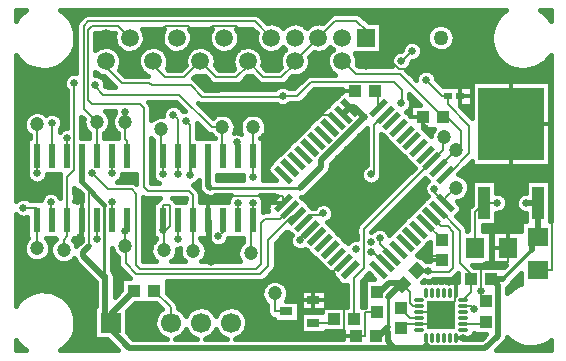
<source format=gbr>
G04 DipTrace 2.4.0.2*
%INTop.gbr*%
%MOIN*%
%ADD14C,0.007*%
%ADD16C,0.02*%
%ADD17C,0.014*%
%ADD18C,0.01*%
%ADD19C,0.015*%
%ADD20C,0.013*%
%ADD21R,0.0433X0.0394*%
%ADD22R,0.0394X0.0433*%
%ADD23R,0.063X0.0709*%
%ADD24R,0.0709X0.063*%
%ADD25C,0.05*%
%ADD26R,0.05X0.05*%
%ADD29R,0.0315X0.0236*%
%ADD30R,0.0591X0.0591*%
%ADD31C,0.0591*%
%ADD32R,0.0669X0.0669*%
%ADD33C,0.0669*%
%ADD35R,0.0413X0.0256*%
%ADD36C,0.0472*%
%ADD38R,0.0394X0.1083*%
%ADD39R,0.2185X0.2421*%
%ADD41O,0.0118X0.0335*%
%ADD42O,0.0335X0.0118*%
%ADD43R,0.0965X0.0965*%
%ADD44R,0.0236X0.0787*%
%ADD45C,0.025*%
%FSLAX44Y44*%
G04*
G70*
G90*
G75*
G01*
%LNTop*%
%LPD*%
X18663Y12738D2*
D14*
X18495D1*
X17945Y13289D1*
X7276Y13900D2*
Y13697D1*
X7799Y13174D1*
X8720D1*
X8797Y13097D1*
X10101D1*
X10485Y12713D1*
X13133D1*
X13171Y12751D1*
X13660D1*
X14117Y13209D1*
X16873D1*
X17140Y12941D1*
Y12531D1*
X17109Y12500D1*
X17114Y13902D2*
X17142D1*
X17479Y14239D1*
X18663Y12738D2*
Y12471D1*
X19376Y11758D1*
Y10830D1*
X18733Y10187D1*
X18588D1*
Y10134D1*
X14187Y5187D2*
X14768D1*
X14893Y5312D1*
X17697Y5341D2*
X17427D1*
X17098Y5669D1*
X4527Y9024D2*
X4984D1*
Y8622D1*
X4982Y7675D1*
X9676Y10137D2*
Y10726D1*
Y11967D1*
X9525Y12117D1*
X16361Y12361D2*
Y12791D1*
X16247Y12905D1*
X18479Y7934D2*
Y7960D1*
X17920Y8519D1*
X15562Y5312D2*
Y6687D1*
X15875Y7000D1*
Y8311D1*
X18142Y10579D1*
Y10580D1*
X18500Y10937D1*
Y11312D1*
X18562Y11375D1*
X19193Y5144D2*
X19881D1*
X19962Y5225D1*
X18142Y8742D2*
Y8720D1*
X18452Y8410D1*
X18663D1*
X18849Y8224D1*
Y7002D1*
X18719Y6872D1*
X17708D1*
X17644Y6935D1*
X19555Y5626D2*
X19538D1*
X19430Y5734D1*
X19193D1*
X17644Y6935D2*
X17833Y6872D1*
X18015Y6908D1*
X19455Y6642D2*
Y6193D1*
X19193Y5931D1*
X19455Y6642D2*
Y6806D1*
X19075Y7186D1*
Y8255D1*
X18365Y8964D1*
X18223Y9645D2*
Y9551D1*
X18588Y9187D1*
Y9338D1*
X18937Y9687D1*
X7927Y12213D2*
Y11304D1*
X7984Y11247D1*
Y10748D1*
X7927Y11868D2*
Y12213D1*
X6973Y7963D2*
X6984Y7974D1*
Y8622D1*
X9944Y11910D2*
X10066Y11787D1*
Y10106D1*
X10176Y10726D2*
X10104D1*
Y10106D1*
X10066D1*
X12176Y9189D2*
Y8600D1*
X12105D1*
Y7502D1*
X14078Y8296D2*
X14051D1*
X13749Y7994D1*
Y7931D1*
X9176Y10137D2*
Y10726D1*
X14508Y8830D2*
Y8776D1*
X14086D1*
X13855Y8545D1*
Y8519D1*
X9176Y10726D2*
X9119D1*
Y11635D1*
X7928Y7745D2*
Y8230D1*
Y8622D1*
X7984D1*
X7928Y8230D1*
X13632Y8742D2*
X13492D1*
X12687Y7937D1*
Y7086D1*
X12424Y6824D1*
X8276D1*
X7937Y7163D1*
Y7736D1*
X7928Y7745D1*
X6819Y10160D2*
X7349Y9631D1*
X8130D1*
X8270Y9491D1*
Y7125D1*
X8412Y6982D1*
X12288D1*
X12447Y7141D1*
Y8509D1*
X12587Y8649D1*
X13064D1*
X13410Y8994D1*
Y8964D1*
X4984Y10748D2*
X4987Y11794D1*
X4984Y10160D2*
Y10748D1*
X12176Y11707D2*
Y10726D1*
Y10044D1*
X7484Y10748D2*
Y10160D1*
Y9211D2*
Y8849D1*
Y8622D1*
X5984Y10748D2*
Y11337D1*
X5476Y11847D2*
X5484Y11839D1*
Y10748D1*
X5436Y9211D2*
Y8897D1*
X5484Y8849D1*
Y8622D1*
X11630Y11193D2*
X11676Y11147D1*
Y10726D1*
X9663Y7988D2*
X9676Y8001D1*
Y8600D1*
X11676Y9189D2*
Y8600D1*
X9176D2*
Y9099D1*
X9406D1*
Y8405D1*
X9281Y8280D1*
X9176Y8600D1*
Y8280D1*
Y8184D1*
X9205Y8155D1*
Y7593D1*
X11025Y8062D2*
X11176Y8212D1*
Y8600D1*
X18365Y10356D2*
Y10365D1*
X18937Y10937D1*
X18511Y12041D2*
X18642D1*
X19124Y11559D1*
Y11124D1*
X18937Y10937D1*
X15150Y13900D2*
X15186D1*
X15597Y13488D1*
X17063D1*
X18511Y12041D1*
X12906Y6163D2*
Y5561D1*
X13281D1*
X12906Y6163D2*
D3*
X16404Y8001D2*
Y7816D1*
X16806Y7414D1*
Y7405D1*
X16583Y7183D2*
X16547D1*
X16185Y7545D1*
X16122D1*
X6984Y10748D2*
Y10975D1*
X6973Y10985D1*
Y11878D1*
X6542Y12310D1*
Y15087D1*
X6682Y15227D1*
X12247D1*
X12787Y14687D1*
X6214Y13174D2*
Y10275D1*
X5984Y10045D1*
Y8622D1*
Y8074D1*
X5868Y7958D1*
Y7616D1*
X6912Y13109D2*
Y13063D1*
X7185Y12790D1*
X9717D1*
X10798Y11709D1*
X11151D1*
Y10978D1*
X11176Y10952D1*
Y10726D1*
X10184Y7584D2*
X10176Y8600D1*
Y9441D1*
X10036Y9581D1*
X8679D1*
X8539Y9721D1*
Y12343D1*
X8399Y12483D1*
X6822D1*
X6682Y12623D1*
Y14947D1*
X6822Y15087D1*
X7663D1*
X8063Y14687D1*
X21687Y8039D2*
D16*
Y9175D1*
X21681Y9181D1*
X20125Y6642D2*
X20521D1*
D17*
X21474Y7596D1*
D16*
Y7827D1*
X21687Y8039D1*
X21681Y9181D2*
X21288D1*
X21281Y9175D1*
X17697Y5734D2*
D14*
X17517D1*
X17417Y5835D1*
Y6216D1*
X17171Y6462D1*
X17953Y4691D2*
D18*
Y4448D1*
D16*
X18055Y4346D1*
X19928D1*
X20330Y4748D1*
Y6437D1*
X20125Y6642D1*
X17171Y6462D2*
X17100D1*
X16688Y6051D1*
D18*
Y5051D1*
D16*
X16520Y4883D1*
X16664D1*
Y4576D1*
X16894Y4346D1*
X18055D1*
X7437Y5187D2*
Y4971D1*
X8061Y4346D1*
X16894D1*
X15191Y12138D2*
X15414Y12361D1*
X15552D1*
X15874Y12038D1*
X16268Y4748D2*
X16385D1*
X16520Y4883D1*
X16306Y6225D2*
X16419D1*
X16714Y6520D1*
X17114D1*
X17171Y6462D1*
X15874Y12038D2*
X14456Y10621D1*
Y10383D1*
X13762Y9688D1*
D18*
X10740D1*
D16*
X10676Y9752D1*
Y10726D1*
X7437Y5187D2*
Y5288D1*
X7254Y5472D1*
Y6741D1*
D18*
X7225D1*
Y9122D1*
D19*
X6484Y9863D1*
D16*
Y10748D1*
D14*
X6448D1*
Y9905D1*
X6709Y9644D1*
Y7731D1*
D16*
X6529Y7551D1*
Y7410D1*
X7258Y6680D1*
D14*
Y5187D1*
X7437D1*
D16*
Y5478D1*
X8214Y6255D1*
X19585Y7687D2*
D14*
Y8880D1*
X19886Y9181D1*
X15937Y14687D2*
Y14937D1*
X15625Y15250D1*
X14925D1*
X14362Y14687D1*
X13575Y13900D1*
Y13825D1*
X13125Y13375D1*
X12525D1*
X12000Y13900D1*
Y13750D1*
X11625Y13375D1*
X10950D1*
X10425Y13900D1*
X10400D1*
X9875Y13375D1*
X9250D1*
X8724Y13900D1*
X8850D1*
X19886Y9181D2*
X20306D1*
X20312Y9187D1*
X10767Y7222D2*
Y8600D1*
X10676D1*
X16306Y5556D2*
X15921D1*
Y4748D1*
X15599D1*
X19780Y6258D2*
Y7066D1*
X19917Y7202D1*
X20687D1*
Y7687D1*
X8850Y14687D2*
X9251Y15087D1*
X10025D1*
X10425Y14687D1*
X7276D2*
X7260Y14672D1*
X8048Y13884D1*
X8063Y13900D1*
X18437Y13687D2*
Y13634D1*
X17049D1*
X16784Y13900D1*
X15937D1*
X17098Y5000D2*
D3*
X20687Y7687D2*
X20188D1*
Y8290D1*
X20328Y8430D1*
X20783D1*
Y8290D1*
X21013D1*
Y9827D1*
X21153Y9967D1*
X22150D1*
Y6937D1*
X21687D1*
X6412Y8034D2*
Y8325D1*
X6484Y8396D1*
Y8622D1*
X19191Y4691D2*
X18937D1*
X10676Y8600D2*
Y9283D1*
X10816Y9423D1*
X13187D1*
Y9187D1*
X15191Y5935D2*
X14187D1*
X15599Y4748D2*
X15214D1*
Y5912D1*
X15191Y5935D1*
X20783Y8430D2*
Y11819D1*
X10425Y14687D2*
X10825Y15087D1*
X11600D1*
X12000Y14687D1*
X17098Y5000D2*
Y5144D1*
X17697D1*
X18707Y6549D2*
X18812D1*
X18937Y6424D1*
Y6187D1*
X18479Y7264D2*
Y7410D1*
X17749D1*
X19962Y5894D2*
X19780D1*
Y6258D1*
X15599Y4748D2*
D3*
X15191Y7183D2*
Y7246D1*
X14763Y6818D1*
X14826D1*
X18937Y6187D2*
X18915D1*
Y5909D1*
X18445Y5439D1*
X17697Y5144D2*
X18150D1*
X18445Y5439D1*
X17697Y5537D2*
X18346D1*
X18445Y5439D1*
X15578Y12905D2*
X14866D1*
X14041Y12080D1*
X14969Y11915D2*
Y11922D1*
X14770Y12121D1*
X14000D1*
X14041Y12080D1*
X19096Y12738D2*
Y13028D1*
X18437Y13687D1*
X9437Y5187D2*
Y5701D1*
X8883Y6255D1*
X16583Y12138D2*
X16580D1*
X16214Y11771D1*
Y10223D1*
X16118Y10128D1*
D45*
X20312Y9187D3*
X18223Y9645D3*
X21281Y9175D3*
X15874Y12038D3*
X16118Y10128D3*
X16122Y7545D3*
X17945Y13289D3*
X17479Y14239D3*
X13171Y12751D3*
X17109Y12500D3*
X17114Y13902D3*
X4527Y9024D3*
X9525Y12117D3*
X9676Y10137D3*
X12906Y6163D3*
X19555Y5626D3*
X18015Y6908D3*
X16105Y7873D3*
X7927Y12213D3*
X6973Y7963D3*
X10066Y10106D3*
X9944Y11910D3*
X13749Y7931D3*
X12176Y9189D3*
X14508Y8830D3*
X9176Y10137D3*
X7928Y8230D3*
X6819Y10160D3*
X4984D3*
X12176Y10044D3*
X7484Y10160D3*
Y9211D3*
X5984Y11337D3*
X5476Y11847D3*
X5436Y9211D3*
X11630Y11193D3*
X16404Y8001D3*
X9663Y7988D3*
X11676Y9189D3*
X9176Y8280D3*
X11025Y8062D3*
X6214Y13174D3*
X6912Y13109D3*
X15874Y12038D3*
X21281Y9175D3*
X14041Y12080D3*
X15191Y5935D3*
X14826Y6818D3*
X10767Y7222D3*
X17749Y7410D3*
X19780Y6258D3*
X17098Y5000D3*
X15599Y4748D3*
X6412Y8034D3*
X18707Y6549D3*
X19191Y4691D3*
X17903Y11671D3*
X15617Y7643D3*
X4287Y15453D2*
D19*
X4418D1*
X5957D2*
X6571D1*
X12358D2*
X14772D1*
X15777D2*
X20416D1*
X21958D2*
X22087D1*
X6083Y15305D2*
X6396D1*
X12533D2*
X14618D1*
X15932D2*
X20292D1*
X6170Y15156D2*
X6290D1*
X12993D2*
X13371D1*
X13780D2*
X14156D1*
X16457D2*
X20203D1*
X6229Y15007D2*
X6281D1*
X16457D2*
X18091D1*
X18784D2*
X20144D1*
X8554Y14859D2*
X9147D1*
X10129D2*
X10722D1*
X11704D2*
X12253D1*
X16457D2*
X17995D1*
X18880D2*
X20109D1*
X6944Y14710D2*
X7542D1*
X8584D2*
X9117D1*
X10159D2*
X10692D1*
X11734D2*
X12267D1*
X16457D2*
X17962D1*
X18913D2*
X20095D1*
X6944Y14561D2*
X7558D1*
X8568D2*
X9133D1*
X10143D2*
X10708D1*
X11718D2*
X12283D1*
X16457D2*
X17369D1*
X17589D2*
X17978D1*
X18894D2*
X20104D1*
X6944Y14413D2*
X7624D1*
X8502D2*
X9199D1*
X10077D2*
X10771D1*
X11652D2*
X12346D1*
X16457D2*
X17177D1*
X17781D2*
X18051D1*
X18822D2*
X20132D1*
X6191Y14264D2*
X6280D1*
X7642D2*
X7771D1*
X8355D2*
X8484D1*
X9217D2*
X9344D1*
X9930D2*
X10059D1*
X10792D2*
X10919D1*
X11505D2*
X11634D1*
X12367D2*
X12494D1*
X13080D2*
X13209D1*
X14655D2*
X14784D1*
X16457D2*
X17130D1*
X17828D2*
X18239D1*
X18634D2*
X20182D1*
X6114Y14115D2*
X6281D1*
X7748D2*
X8378D1*
X9323D2*
X9951D1*
X10898D2*
X11526D1*
X12473D2*
X13101D1*
X14153D2*
X14676D1*
X15623D2*
X16839D1*
X17807D2*
X20261D1*
X4287Y13966D2*
X4373D1*
X6001D2*
X6281D1*
X7792D2*
X8334D1*
X9367D2*
X9909D1*
X10942D2*
X11484D1*
X12517D2*
X13059D1*
X14092D2*
X14634D1*
X15667D2*
X16769D1*
X17690D2*
X20374D1*
X22002D2*
X22088D1*
X4287Y13818D2*
X4537D1*
X5837D2*
X6281D1*
X7790D2*
X8336D1*
X9365D2*
X9911D1*
X10940D2*
X11486D1*
X12515D2*
X13061D1*
X14090D2*
X14636D1*
X15665D2*
X16774D1*
X17455D2*
X20538D1*
X21836D2*
X22087D1*
X4287Y13669D2*
X4823D1*
X5551D2*
X6281D1*
X7741D2*
X8386D1*
X9318D2*
X9806D1*
X11019D2*
X11536D1*
X12592D2*
X13057D1*
X14041D2*
X14683D1*
X17371D2*
X20824D1*
X21552D2*
X22087D1*
X4287Y13520D2*
X6281D1*
X7816D2*
X8500D1*
X13926D2*
X14800D1*
X17394D2*
X17686D1*
X18203D2*
X22087D1*
X4287Y13372D2*
X5927D1*
X7136D2*
X7237D1*
X10234D2*
X10591D1*
X11985D2*
X12166D1*
X13485D2*
X13917D1*
X17542D2*
X17606D1*
X18285D2*
X22087D1*
X4287Y13223D2*
X5866D1*
X7244D2*
X7387D1*
X10337D2*
X10739D1*
X11835D2*
X12314D1*
X13335D2*
X13769D1*
X18372D2*
X19464D1*
X4287Y13074D2*
X5878D1*
X7262D2*
X7535D1*
X10487D2*
X13064D1*
X13279D2*
X13619D1*
X18522D2*
X19464D1*
X4287Y12926D2*
X5953D1*
X14195D2*
X15136D1*
X4287Y12777D2*
X5953D1*
X14048D2*
X15016D1*
X4287Y12628D2*
X5953D1*
X13900D2*
X14871D1*
X17434D2*
X17561D1*
X4287Y12480D2*
X5953D1*
X8758D2*
X9665D1*
X13384D2*
X14718D1*
X17460D2*
X17709D1*
X4287Y12331D2*
X5953D1*
X8800D2*
X9250D1*
X10539D2*
X14571D1*
X19166D2*
X19464D1*
X4287Y12182D2*
X4750D1*
X5223D2*
X5446D1*
X5507D2*
X5953D1*
X7316D2*
X7577D1*
X8800D2*
X9180D1*
X10687D2*
X14425D1*
X17350D2*
X17399D1*
X19314D2*
X19464D1*
X4287Y12034D2*
X4596D1*
X5769D2*
X5953D1*
X7408D2*
X7497D1*
X8800D2*
X8901D1*
X11472D2*
X11857D1*
X12496D2*
X14273D1*
X4287Y11885D2*
X4535D1*
X5826D2*
X5953D1*
X11577D2*
X11751D1*
X12601D2*
X14123D1*
X4287Y11736D2*
X4530D1*
X5807D2*
X5953D1*
X6475D2*
X6533D1*
X7412D2*
X7486D1*
X10328D2*
X10408D1*
X11612D2*
X11716D1*
X12637D2*
X13978D1*
X4287Y11587D2*
X4575D1*
X6475D2*
X6618D1*
X7328D2*
X7565D1*
X10328D2*
X10558D1*
X11596D2*
X11730D1*
X12623D2*
X13828D1*
X15878D2*
X15952D1*
X17948D2*
X18154D1*
X4287Y11439D2*
X4701D1*
X6475D2*
X6712D1*
X7234D2*
X7666D1*
X10328D2*
X10778D1*
X12550D2*
X13678D1*
X15728D2*
X15953D1*
X4287Y11290D2*
X4640D1*
X12519D2*
X13532D1*
X15580D2*
X15953D1*
X16473D2*
X16617D1*
X4287Y11141D2*
X4640D1*
X12519D2*
X13380D1*
X15433D2*
X15953D1*
X16473D2*
X16767D1*
X4287Y10993D2*
X4640D1*
X12519D2*
X13232D1*
X15283D2*
X15953D1*
X16473D2*
X16914D1*
X4287Y10844D2*
X4640D1*
X12519D2*
X13087D1*
X15135D2*
X15953D1*
X16473D2*
X17062D1*
X4287Y10695D2*
X4640D1*
X12519D2*
X12935D1*
X14985D2*
X15953D1*
X16473D2*
X17212D1*
X4287Y10547D2*
X4640D1*
X12519D2*
X12785D1*
X14837D2*
X15953D1*
X16473D2*
X17362D1*
X4287Y10398D2*
X4640D1*
X12519D2*
X12658D1*
X14781D2*
X15904D1*
X16473D2*
X17510D1*
X19307D2*
X19464D1*
X4287Y10249D2*
X4640D1*
X12519D2*
X12651D1*
X14753D2*
X15789D1*
X16473D2*
X17451D1*
X19159D2*
X22087D1*
X4287Y10101D2*
X4638D1*
X5329D2*
X5730D1*
X7830D2*
X8278D1*
X11001D2*
X11831D1*
X12522D2*
X12768D1*
X14629D2*
X15768D1*
X16469D2*
X17301D1*
X19122D2*
X22087D1*
X4287Y9952D2*
X4706D1*
X5263D2*
X5723D1*
X7762D2*
X8278D1*
X8800D2*
X8879D1*
X11001D2*
X11838D1*
X12515D2*
X12916D1*
X14481D2*
X15818D1*
X16419D2*
X17153D1*
X17877D2*
X17955D1*
X19312D2*
X22087D1*
X4287Y9803D2*
X5723D1*
X10227D2*
X10350D1*
X14331D2*
X16017D1*
X16220D2*
X17003D1*
X17730D2*
X17913D1*
X19384D2*
X19464D1*
X20308D2*
X21257D1*
X4287Y9655D2*
X5723D1*
X14183D2*
X16856D1*
X17580D2*
X17873D1*
X19398D2*
X19462D1*
X20308D2*
X21257D1*
X4287Y9506D2*
X5259D1*
X5612D2*
X5723D1*
X6245D2*
X6421D1*
X14033D2*
X16706D1*
X17432D2*
X17903D1*
X19361D2*
X19462D1*
X20432D2*
X21211D1*
X4287Y9357D2*
X4467D1*
X4586D2*
X5118D1*
X6245D2*
X6447D1*
X10436D2*
X11369D1*
X12482D2*
X12904D1*
X13832D2*
X16558D1*
X17282D2*
X17943D1*
X19253D2*
X19462D1*
X20617D2*
X20986D1*
X8530Y9208D2*
X8941D1*
X9641D2*
X9916D1*
X10436D2*
X11325D1*
X12526D2*
X12757D1*
X13980D2*
X16408D1*
X17134D2*
X17796D1*
X19019D2*
X19462D1*
X20662D2*
X20932D1*
X8530Y9060D2*
X8831D1*
X12519D2*
X12649D1*
X14127D2*
X14250D1*
X14767D2*
X16261D1*
X16987D2*
X17648D1*
X19126D2*
X19401D1*
X20638D2*
X20950D1*
X8530Y8911D2*
X8831D1*
X12519D2*
X12663D1*
X14849D2*
X16113D1*
X16837D2*
X17498D1*
X19110D2*
X19326D1*
X20519D2*
X21058D1*
X8530Y8762D2*
X8831D1*
X14851D2*
X15963D1*
X16689D2*
X17348D1*
X18976D2*
X19324D1*
X20308D2*
X21257D1*
X4287Y8614D2*
X4640D1*
X8530D2*
X8831D1*
X14781D2*
X15815D1*
X16539D2*
X17200D1*
X19077D2*
X19324D1*
X20308D2*
X21257D1*
X4287Y8465D2*
X4640D1*
X8530D2*
X8831D1*
X14723D2*
X15668D1*
X16391D2*
X17050D1*
X19227D2*
X19326D1*
X20308D2*
X21107D1*
X4287Y8316D2*
X4640D1*
X8530D2*
X8826D1*
X14873D2*
X15614D1*
X16534D2*
X16903D1*
X19846D2*
X21107D1*
X4287Y8168D2*
X4640D1*
X8530D2*
X8831D1*
X13281D2*
X13392D1*
X15020D2*
X15614D1*
X4287Y8019D2*
X4640D1*
X8530D2*
X8831D1*
X13131D2*
X13411D1*
X15170D2*
X15614D1*
X4287Y7870D2*
X4565D1*
X5399D2*
X5484D1*
X6250D2*
X6393D1*
X8530D2*
X8840D1*
X10541D2*
X10734D1*
X11317D2*
X11838D1*
X12983D2*
X13403D1*
X4287Y7722D2*
X4523D1*
X8530D2*
X8763D1*
X10623D2*
X11702D1*
X12948D2*
X13471D1*
X17936D2*
X18056D1*
X4287Y7573D2*
X4532D1*
X8530D2*
X8744D1*
X9667D2*
X9722D1*
X10644D2*
X11648D1*
X12948D2*
X13996D1*
X17779D2*
X18056D1*
X4287Y7424D2*
X4596D1*
X5366D2*
X5448D1*
X7501D2*
X7603D1*
X8530D2*
X8777D1*
X9634D2*
X9752D1*
X10616D2*
X11650D1*
X12948D2*
X14135D1*
X17748D2*
X18056D1*
X4287Y7276D2*
X4767D1*
X5198D2*
X5564D1*
X6173D2*
X6232D1*
X7501D2*
X7675D1*
X8530D2*
X8875D1*
X9536D2*
X9846D1*
X10523D2*
X11704D1*
X12948D2*
X14285D1*
X17924D2*
X18056D1*
X4287Y7127D2*
X6356D1*
X7501D2*
X7680D1*
X12948D2*
X14442D1*
X4287Y6978D2*
X6506D1*
X7501D2*
X7760D1*
X12923D2*
X14582D1*
X4287Y6829D2*
X6653D1*
X7567D2*
X7907D1*
X12794D2*
X14730D1*
X4287Y6681D2*
X6803D1*
X7583D2*
X8057D1*
X12644D2*
X14889D1*
X15918D2*
X16188D1*
X18887D2*
X19012D1*
X20971D2*
X21107D1*
X4287Y6532D2*
X6928D1*
X7579D2*
X7771D1*
X9325D2*
X12639D1*
X13173D2*
X15028D1*
X15822D2*
X15883D1*
X20826D2*
X21107D1*
X4287Y6383D2*
X6928D1*
X7579D2*
X7771D1*
X9325D2*
X12501D1*
X13309D2*
X15302D1*
X15822D2*
X15883D1*
X20708D2*
X20911D1*
X4287Y6235D2*
X4926D1*
X5448D2*
X6928D1*
X7579D2*
X7739D1*
X9325D2*
X12450D1*
X13361D2*
X13755D1*
X14619D2*
X15302D1*
X15822D2*
X15883D1*
X20655D2*
X20701D1*
X4287Y6086D2*
X4579D1*
X5793D2*
X6928D1*
X9414D2*
X12450D1*
X13361D2*
X13755D1*
X14619D2*
X15302D1*
X15822D2*
X15883D1*
X4287Y5937D2*
X4401D1*
X5973D2*
X6928D1*
X9564D2*
X12503D1*
X13307D2*
X13755D1*
X14619D2*
X15302D1*
X15822D2*
X15883D1*
X6095Y5789D2*
X6928D1*
X8202D2*
X8988D1*
X9681D2*
X12644D1*
X14619D2*
X15302D1*
X15822D2*
X15883D1*
X6177Y5640D2*
X6876D1*
X8055D2*
X9119D1*
X9756D2*
X10118D1*
X10757D2*
X11118D1*
X11755D2*
X12644D1*
X6233Y5491D2*
X6876D1*
X7998D2*
X8969D1*
X9904D2*
X9970D1*
X10905D2*
X10968D1*
X11905D2*
X12656D1*
X6266Y5343D2*
X6876D1*
X7998D2*
X8899D1*
X11976D2*
X12778D1*
X6278Y5194D2*
X6876D1*
X7998D2*
X8878D1*
X11997D2*
X13755D1*
X6269Y5045D2*
X6876D1*
X7998D2*
X8896D1*
X11978D2*
X13755D1*
X6238Y4896D2*
X6876D1*
X7998D2*
X8960D1*
X9913D2*
X9960D1*
X11915D2*
X13755D1*
X14619D2*
X15157D1*
X6184Y4748D2*
X6876D1*
X8113D2*
X9098D1*
X9775D2*
X10099D1*
X10776D2*
X11100D1*
X11776D2*
X15157D1*
X19499D2*
X19875D1*
X6105Y4599D2*
X7354D1*
X20617D2*
X20746D1*
X4287Y4450D2*
X4387D1*
X5987D2*
X7502D1*
X20488D2*
X20993D1*
X21883D2*
X22087D1*
X4287Y4302D2*
X4561D1*
X5814D2*
X7652D1*
X20338D2*
X22087D1*
X15150Y12875D2*
X15148Y12963D1*
X14217D1*
X13833Y12578D1*
X13773Y12533D1*
X13682Y12507D1*
X13399Y12505D1*
X13319Y12450D1*
X13248Y12424D1*
X13174Y12416D1*
X13099Y12423D1*
X13028Y12447D1*
X12995Y12468D1*
X10485Y12467D1*
X10411Y12478D1*
X10342Y12513D1*
X10831Y12024D1*
X10929Y12097D1*
X10997Y12129D1*
X11069Y12149D1*
X11143Y12156D1*
X11218Y12151D1*
X11291Y12133D1*
X11360Y12104D1*
X11423Y12063D1*
X11478Y12013D1*
X11525Y11954D1*
X11560Y11888D1*
X11584Y11817D1*
X11598Y11709D1*
X11591Y11634D1*
X11573Y11562D1*
X11555Y11521D1*
X11622Y11529D1*
X11696Y11522D1*
X11786Y11489D1*
X11748Y11579D1*
X11733Y11653D1*
X11730Y11728D1*
X11739Y11802D1*
X11761Y11873D1*
X11795Y11940D1*
X11839Y12001D1*
X11893Y12053D1*
X11955Y12096D1*
X12023Y12127D1*
X12095Y12147D1*
X12169Y12154D1*
X12244Y12149D1*
X12317Y12132D1*
X12386Y12102D1*
X12449Y12062D1*
X12504Y12011D1*
X12550Y11952D1*
X12586Y11887D1*
X12610Y11816D1*
X12624Y11707D1*
X12617Y11633D1*
X12599Y11560D1*
X12568Y11492D1*
X12527Y11429D1*
X12475Y11375D1*
X12422Y11330D1*
X12505Y11331D1*
X12503Y10122D1*
X12512Y10044D1*
X12497Y9950D1*
X12936Y9949D1*
X12718Y10165D1*
X12675Y10227D1*
X12657Y10299D1*
X12664Y10373D1*
X12699Y10442D1*
X12859Y10604D1*
X12893Y10631D1*
X12993Y10739D1*
X13113Y10853D1*
X13163Y10909D1*
X13336Y11076D1*
X13386Y11132D1*
X13559Y11298D1*
X13609Y11354D1*
X13782Y11521D1*
X13831Y11577D1*
X14004Y11744D1*
X14054Y11800D1*
X14227Y11967D1*
X14277Y12023D1*
X14450Y12189D1*
X14487Y12232D1*
X14661Y12404D1*
X14687Y12420D1*
X14722Y12468D1*
X14895Y12635D1*
X14945Y12691D1*
X15084Y12830D1*
X15148Y12873D1*
X15120Y12858D1*
X18071Y7239D2*
Y7869D1*
X17993Y7799D1*
X17943Y7743D1*
X17770Y7577D1*
X17721Y7521D1*
X17643Y7438D1*
X17717Y7430D1*
X17785Y7396D1*
X17948Y7236D1*
X18007Y7244D1*
X18070Y7238D1*
X19941Y4797D2*
X19554D1*
Y4851D1*
X19531Y4804D1*
X19483Y4747D1*
X19421Y4705D1*
X19350Y4681D1*
X19301Y4677D1*
X19205D1*
X19207Y4657D1*
X19801D1*
X19939Y4797D1*
X15172Y4657D2*
X15170Y4904D1*
X14605D1*
Y4848D1*
X13769D1*
Y5526D1*
X14465D1*
Y5596D1*
X13769D1*
Y6274D1*
X14605D1*
Y5719D1*
X15315Y5720D1*
X15316Y6444D1*
X15280Y6434D1*
X15205Y6431D1*
X15134Y6453D1*
X15084Y6491D1*
X14917Y6664D1*
X14874Y6701D1*
X14702Y6875D1*
X14686Y6900D1*
X14639Y6936D1*
X14472Y7109D1*
X14416Y7159D1*
X14249Y7332D1*
X14193Y7381D1*
X14026Y7554D1*
X13970Y7604D1*
X13929Y7646D1*
X13826Y7604D1*
X13752Y7595D1*
X13678Y7603D1*
X13607Y7627D1*
X13543Y7666D1*
X13489Y7718D1*
X13449Y7781D1*
X13423Y7852D1*
X13413Y7926D1*
X13421Y8000D1*
X13444Y8071D1*
X13467Y8109D1*
X13385Y8191D1*
X13357Y8225D1*
X13294Y8196D1*
X12931Y7834D1*
X12933Y7086D1*
X12922Y7013D1*
X12876Y6929D1*
X12598Y6650D1*
X12538Y6605D1*
X12447Y6579D1*
X10174Y6578D1*
X9309D1*
X9311Y6173D1*
X9611Y5875D1*
X9655Y5815D1*
X9682Y5724D1*
X9683Y5675D1*
X9767Y5622D1*
X9823Y5572D1*
X9872Y5516D1*
X9913Y5453D1*
X9936Y5404D1*
X9978Y5481D1*
X10022Y5542D1*
X10075Y5595D1*
X10134Y5641D1*
X10199Y5678D1*
X10269Y5706D1*
X10342Y5724D1*
X10416Y5732D1*
X10491Y5730D1*
X10565Y5717D1*
X10636Y5695D1*
X10704Y5663D1*
X10767Y5622D1*
X10823Y5572D1*
X10872Y5516D1*
X10913Y5453D1*
X10936Y5404D1*
X10978Y5481D1*
X11022Y5542D1*
X11075Y5595D1*
X11134Y5641D1*
X11199Y5678D1*
X11269Y5706D1*
X11342Y5724D1*
X11416Y5732D1*
X11491Y5730D1*
X11565Y5717D1*
X11636Y5695D1*
X11704Y5663D1*
X11767Y5622D1*
X11823Y5572D1*
X11872Y5516D1*
X11913Y5453D1*
X11945Y5385D1*
X11968Y5314D1*
X11983Y5187D1*
X11977Y5112D1*
X11962Y5039D1*
X11937Y4968D1*
X11902Y4902D1*
X11859Y4841D1*
X11807Y4786D1*
X11749Y4739D1*
X11685Y4701D1*
X11616Y4672D1*
X11564Y4657D1*
X15170D1*
X15898Y5720D2*
Y6652D1*
X16229D1*
X16053Y6830D1*
X15808Y6585D1*
X15810Y5720D1*
X15896D1*
X15898Y5947D1*
X20176Y8252D2*
X21122D1*
Y8565D1*
X21274D1*
X21273Y8839D1*
X21210Y8846D1*
X21139Y8870D1*
X21075Y8910D1*
X21021Y8962D1*
X20981Y9025D1*
X20955Y9095D1*
X20946Y9169D1*
X20953Y9244D1*
X20976Y9315D1*
X21015Y9379D1*
X21067Y9433D1*
X21129Y9474D1*
X21199Y9500D1*
X21276Y9510D1*
X21273Y9854D1*
Y9933D1*
X22089D1*
Y8567D1*
X22104Y8565D1*
X22102Y9297D1*
X22100Y14118D1*
X22012Y13996D1*
X21908Y13888D1*
X21791Y13796D1*
X21661Y13721D1*
X21522Y13664D1*
X21377Y13628D1*
X21228Y13611D1*
X21078Y13616D1*
X20930Y13642D1*
X20787Y13688D1*
X20653Y13753D1*
X20528Y13836D1*
X20416Y13936D1*
X20319Y14050D1*
X20239Y14177D1*
X20178Y14314D1*
X20135Y14457D1*
X20114Y14606D1*
X20113Y14756D1*
X20133Y14904D1*
X20173Y15049D1*
X20233Y15186D1*
X20312Y15313D1*
X20407Y15429D1*
X20518Y15530D1*
X20620Y15601D1*
X17827Y15602D1*
X5754D1*
X5841Y15542D1*
X5953Y15443D1*
X6051Y15329D1*
X6132Y15203D1*
X6194Y15066D1*
X6237Y14923D1*
X6260Y14775D1*
X6261Y14612D1*
X6240Y14464D1*
X6199Y14320D1*
X6138Y14183D1*
X6059Y14055D1*
X5962Y13940D1*
X5851Y13840D1*
X5727Y13756D1*
X5592Y13690D1*
X5450Y13643D1*
X5302Y13617D1*
X5153Y13611D1*
X5004Y13626D1*
X4858Y13662D1*
X4719Y13718D1*
X4589Y13792D1*
X4470Y13884D1*
X4366Y13991D1*
X4271Y14122D1*
X4272Y10277D1*
Y9243D1*
X4312Y9283D1*
X4374Y9324D1*
X4444Y9350D1*
X4519Y9360D1*
X4593Y9354D1*
X4664Y9331D1*
X4729Y9293D1*
X4751Y9272D1*
X4984Y9270D1*
X5047Y9262D1*
X5107Y9280D1*
X5130Y9351D1*
X5169Y9416D1*
X5221Y9469D1*
X5283Y9511D1*
X5353Y9537D1*
X5428Y9547D1*
X5502Y9540D1*
X5573Y9518D1*
X5638Y9479D1*
X5692Y9428D1*
X5738Y9355D1*
Y10045D1*
X5756Y10138D1*
X5738Y10144D1*
X5318D1*
X5311Y10085D1*
X5287Y10015D1*
X5247Y9951D1*
X5194Y9898D1*
X5131Y9858D1*
X5061Y9833D1*
X4987Y9824D1*
X4912Y9832D1*
X4841Y9856D1*
X4777Y9895D1*
X4724Y9947D1*
X4683Y10010D1*
X4657Y10080D1*
X4648Y10154D1*
X4655Y10294D1*
Y11353D1*
X4742D1*
X4731Y11427D1*
X4674Y11475D1*
X4625Y11532D1*
X4586Y11596D1*
X4559Y11666D1*
X4543Y11739D1*
X4541Y11814D1*
X4550Y11888D1*
X4572Y11960D1*
X4606Y12027D1*
X4650Y12087D1*
X4704Y12139D1*
X4765Y12182D1*
X4833Y12213D1*
X4906Y12233D1*
X4980Y12241D1*
X5055Y12236D1*
X5128Y12218D1*
X5197Y12189D1*
X5260Y12148D1*
X5286Y12125D1*
X5324Y12146D1*
X5394Y12172D1*
X5468Y12183D1*
X5543Y12176D1*
X5614Y12153D1*
X5678Y12115D1*
X5733Y12064D1*
X5774Y12001D1*
X5801Y11931D1*
X5812Y11847D1*
X5804Y11772D1*
X5779Y11702D1*
X5731Y11630D1*
X5730Y11555D1*
X5769Y11595D1*
X5832Y11637D1*
X5902Y11663D1*
X5969Y11672D1*
X5968Y12944D1*
X5913Y13024D1*
X5887Y13094D1*
X5878Y13169D1*
X5885Y13243D1*
X5909Y13314D1*
X5947Y13378D1*
X5999Y13432D1*
X6062Y13473D1*
X6132Y13500D1*
X6206Y13510D1*
X6296Y13498D1*
Y15087D1*
X6307Y15161D1*
X6353Y15245D1*
X6508Y15401D1*
X6568Y15445D1*
X6659Y15472D1*
X8932Y15473D1*
X12247D1*
X12321Y15462D1*
X12404Y15416D1*
X12648Y15174D1*
X12727Y15190D1*
X12802Y15193D1*
X12877Y15185D1*
X12949Y15167D1*
X13018Y15138D1*
X13082Y15099D1*
X13140Y15051D1*
X13182Y15003D1*
X13244Y15070D1*
X13304Y15115D1*
X13370Y15150D1*
X13441Y15175D1*
X13515Y15190D1*
X13589Y15193D1*
X13664Y15185D1*
X13737Y15167D1*
X13806Y15138D1*
X13870Y15099D1*
X13927Y15051D1*
X13969Y15003D1*
X14031Y15070D1*
X14092Y15115D1*
X14158Y15150D1*
X14228Y15175D1*
X14302Y15190D1*
X14377Y15193D1*
X14451Y15185D1*
X14499Y15173D1*
X14751Y15423D1*
X14811Y15468D1*
X14902Y15494D1*
X15625Y15495D1*
X15698Y15484D1*
X15782Y15439D1*
X16031Y15193D1*
X16443D1*
Y14181D1*
X15569D1*
X15593Y14144D1*
X15624Y14076D1*
X15645Y14004D1*
X15656Y13900D1*
X15643Y13791D1*
X15699Y13734D1*
X16822D1*
X16788Y13822D1*
X16778Y13896D1*
X16785Y13971D1*
X16809Y14042D1*
X16848Y14106D1*
X16899Y14160D1*
X16962Y14201D1*
X17032Y14227D1*
X17127Y14236D1*
X17174Y14379D1*
X17213Y14443D1*
X17265Y14497D1*
X17327Y14539D1*
X17397Y14565D1*
X17471Y14575D1*
X17546Y14568D1*
X17617Y14545D1*
X17682Y14507D1*
X17736Y14456D1*
X17778Y14394D1*
X17804Y14324D1*
X17815Y14239D1*
X17807Y14165D1*
X17782Y14094D1*
X17743Y14031D1*
X17690Y13977D1*
X17627Y13937D1*
X17556Y13912D1*
X17494Y13905D1*
X17442Y13827D1*
X17417Y13757D1*
X17378Y13693D1*
X17325Y13640D1*
X17283Y13614D1*
X17502Y13397D1*
X17610Y13289D1*
X17616Y13358D1*
X17639Y13429D1*
X17678Y13493D1*
X17730Y13547D1*
X17792Y13588D1*
X17862Y13614D1*
X17937Y13624D1*
X18011Y13618D1*
X18082Y13595D1*
X18147Y13557D1*
X18201Y13505D1*
X18243Y13443D1*
X18270Y13373D1*
X18280Y13302D1*
X18515Y13066D1*
X19031Y13067D1*
X19464D1*
Y12409D1*
X19072D1*
X19480Y12002D1*
Y13240D1*
X22087D1*
Y10397D1*
X19480D1*
Y10586D1*
X19021Y10127D1*
X19077Y10112D1*
X19146Y10082D1*
X19209Y10042D1*
X19265Y9991D1*
X19311Y9932D1*
X19347Y9866D1*
X19371Y9795D1*
X19384Y9687D1*
X19378Y9612D1*
X19359Y9540D1*
X19329Y9471D1*
X19287Y9409D1*
X19236Y9354D1*
X19176Y9309D1*
X19110Y9275D1*
X19038Y9252D1*
X18971Y9242D1*
X19057Y9155D1*
X19100Y9094D1*
X19118Y9022D1*
X19111Y8947D1*
X19076Y8879D1*
X18938Y8737D1*
X19249Y8428D1*
X19293Y8368D1*
X19320Y8277D1*
X19321Y8252D1*
X19339Y8287D1*
Y8880D1*
X19350Y8954D1*
X19396Y9037D1*
X19479Y9122D1*
X19478Y9933D1*
X20294D1*
Y9523D1*
X20379Y9516D1*
X20450Y9493D1*
X20514Y9455D1*
X20569Y9404D1*
X20610Y9342D1*
X20637Y9272D1*
X20648Y9187D1*
X20640Y9113D1*
X20615Y9042D1*
X20575Y8978D1*
X20523Y8925D1*
X20459Y8885D1*
X20389Y8860D1*
X20294Y8853D1*
Y8429D1*
X19832D1*
X19831Y8254D1*
X20111Y8252D1*
Y7122D1*
X19489D1*
X19559Y7050D1*
X19883Y7048D1*
X19847Y7050D1*
X20535Y7053D1*
X20603Y7121D1*
X20161Y7122D1*
Y8252D1*
X20176D1*
X21122Y6466D2*
Y6846D1*
X20812Y6533D1*
X20778Y6467D1*
X20728Y6411D1*
X20667Y6368D1*
X20639Y6357D1*
X20641Y6163D1*
X20768Y6280D1*
X20892Y6365D1*
X21026Y6432D1*
X21121Y6465D1*
X18892Y14612D2*
X18874Y14540D1*
X18844Y14471D1*
X18804Y14408D1*
X18754Y14352D1*
X18695Y14305D1*
X18630Y14268D1*
X18560Y14243D1*
X18486Y14229D1*
X18411Y14227D1*
X18337Y14237D1*
X18265Y14259D1*
X18198Y14293D1*
X18138Y14337D1*
X18085Y14390D1*
X18041Y14451D1*
X18008Y14518D1*
X17986Y14590D1*
X17977Y14664D1*
X17979Y14739D1*
X17993Y14812D1*
X18020Y14883D1*
X18057Y14948D1*
X18104Y15006D1*
X18160Y15055D1*
X18223Y15095D1*
X18292Y15125D1*
X18365Y15142D1*
X18440Y15148D1*
X18515Y15141D1*
X18587Y15123D1*
X18656Y15093D1*
X18719Y15052D1*
X18774Y15001D1*
X18821Y14943D1*
X18857Y14877D1*
X18882Y14807D1*
X18898Y14687D1*
X18892Y14612D1*
X14834Y14292D2*
X14787Y14334D1*
X14758Y14368D1*
X14681Y14294D1*
X14620Y14251D1*
X14553Y14218D1*
X14481Y14195D1*
X14407Y14183D1*
X14332Y14182D1*
X14224Y14201D1*
X14060Y14037D1*
X14080Y13930D1*
X14075Y13825D1*
X14059Y13752D1*
X14032Y13682D1*
X13995Y13617D1*
X13948Y13558D1*
X13894Y13507D1*
X13832Y13464D1*
X13765Y13431D1*
X13694Y13408D1*
X13620Y13395D1*
X13545Y13394D1*
X13496Y13401D1*
X13298Y13201D1*
X13238Y13156D1*
X13147Y13130D1*
X12525Y13129D1*
X12451Y13140D1*
X12368Y13185D1*
X12137Y13414D1*
X12045Y13395D1*
X11991D1*
X11798Y13201D1*
X11738Y13156D1*
X11647Y13130D1*
X10950Y13129D1*
X10876Y13140D1*
X10793Y13185D1*
X10563Y13414D1*
X10470Y13395D1*
X10395Y13394D1*
X10321Y13404D1*
X10269Y13419D1*
X10177Y13330D1*
X10258Y13286D1*
X10588Y12957D1*
X11535Y12959D1*
X12906D1*
X12956Y13010D1*
X13019Y13051D1*
X13089Y13077D1*
X13163Y13087D1*
X13238Y13081D1*
X13309Y13058D1*
X13373Y13020D1*
X13395Y12999D1*
X13558Y12997D1*
X13943Y13383D1*
X14003Y13427D1*
X14094Y13454D1*
X14907Y13455D1*
X14843Y13497D1*
X14787Y13547D1*
X14738Y13604D1*
X14699Y13668D1*
X14670Y13737D1*
X14651Y13810D1*
X14644Y13884D1*
X14647Y13959D1*
X14661Y14033D1*
X14686Y14103D1*
X14721Y14170D1*
X14766Y14230D1*
X14832Y14293D1*
X13259Y14292D2*
X13212Y14334D1*
X13183Y14368D1*
X13106Y14294D1*
X13045Y14251D1*
X12978Y14218D1*
X12906Y14195D1*
X12832Y14183D1*
X12758Y14182D1*
X12683Y14192D1*
X12611Y14212D1*
X12543Y14244D1*
X12480Y14285D1*
X12424Y14334D1*
X12376Y14392D1*
X12337Y14456D1*
X12308Y14525D1*
X12289Y14597D1*
X12281Y14672D1*
X12285Y14747D1*
X12301Y14827D1*
X12145Y14982D1*
X11626Y14981D1*
X11687Y14864D1*
X11708Y14792D1*
X11719Y14687D1*
X11713Y14612D1*
X11697Y14539D1*
X11670Y14469D1*
X11632Y14404D1*
X11586Y14345D1*
X11532Y14294D1*
X11470Y14251D1*
X11403Y14218D1*
X11332Y14195D1*
X11258Y14183D1*
X11183Y14182D1*
X11108Y14192D1*
X11036Y14212D1*
X10968Y14244D1*
X10906Y14285D1*
X10850Y14334D1*
X10801Y14392D1*
X10762Y14456D1*
X10733Y14525D1*
X10714Y14597D1*
X10707Y14672D1*
X10710Y14747D1*
X10724Y14820D1*
X10749Y14891D1*
X10802Y14981D1*
X10051D1*
X10112Y14864D1*
X10133Y14792D1*
X10144Y14687D1*
X10138Y14612D1*
X10122Y14539D1*
X10095Y14469D1*
X10058Y14404D1*
X10011Y14345D1*
X9957Y14294D1*
X9895Y14251D1*
X9828Y14218D1*
X9757Y14195D1*
X9683Y14183D1*
X9608Y14182D1*
X9534Y14192D1*
X9462Y14212D1*
X9394Y14244D1*
X9331Y14285D1*
X9275Y14334D1*
X9227Y14392D1*
X9188Y14456D1*
X9158Y14525D1*
X9140Y14597D1*
X9132Y14672D1*
X9135Y14747D1*
X9149Y14820D1*
X9174Y14891D1*
X9228Y14981D1*
X8476D1*
X8537Y14864D1*
X8558Y14792D1*
X8569Y14687D1*
X8564Y14612D1*
X8547Y14539D1*
X8520Y14469D1*
X8483Y14404D1*
X8437Y14345D1*
X8382Y14294D1*
X8320Y14251D1*
X8253Y14218D1*
X8182Y14195D1*
X8108Y14183D1*
X8033Y14182D1*
X7959Y14192D1*
X7887Y14212D1*
X7819Y14244D1*
X7756Y14285D1*
X7700Y14334D1*
X7652Y14392D1*
X7613Y14456D1*
X7584Y14525D1*
X7565Y14597D1*
X7557Y14672D1*
X7560Y14747D1*
X7577Y14827D1*
X7559Y14843D1*
X6929Y14841D1*
X6928Y14265D1*
X7005Y14327D1*
X7071Y14363D1*
X7142Y14388D1*
X7215Y14402D1*
X7290Y14406D1*
X7365Y14398D1*
X7437Y14379D1*
X7506Y14350D1*
X7570Y14311D1*
X7628Y14263D1*
X7678Y14207D1*
X7719Y14144D1*
X7750Y14076D1*
X7771Y14004D1*
X7782Y13900D1*
X7776Y13825D1*
X7760Y13752D1*
X7733Y13682D1*
X7699Y13623D1*
X7902Y13418D1*
X8692Y13419D1*
X8606Y13456D1*
X8543Y13497D1*
X8487Y13547D1*
X8439Y13604D1*
X8400Y13668D1*
X8371Y13737D1*
X8352Y13810D1*
X8344Y13884D1*
X8348Y13959D1*
X8362Y14033D1*
X8387Y14103D1*
X8422Y14170D1*
X8467Y14230D1*
X8520Y14283D1*
X8580Y14327D1*
X8646Y14363D1*
X8717Y14388D1*
X8790Y14402D1*
X8865Y14406D1*
X8940Y14398D1*
X9012Y14379D1*
X9081Y14350D1*
X9145Y14311D1*
X9203Y14263D1*
X9252Y14207D1*
X9293Y14144D1*
X9325Y14076D1*
X9346Y14004D1*
X9357Y13900D1*
X9351Y13825D1*
X9335Y13752D1*
X9302Y13672D1*
X9351Y13621D1*
X9772Y13620D1*
X9934Y13782D1*
X9919Y13884D1*
X9923Y13959D1*
X9937Y14033D1*
X9962Y14103D1*
X9997Y14170D1*
X10042Y14230D1*
X10094Y14283D1*
X10155Y14327D1*
X10221Y14363D1*
X10291Y14388D1*
X10365Y14402D1*
X10440Y14406D1*
X10514Y14398D1*
X10587Y14379D1*
X10656Y14350D1*
X10720Y14311D1*
X10777Y14263D1*
X10827Y14207D1*
X10868Y14144D1*
X10900Y14076D1*
X10920Y14004D1*
X10931Y13900D1*
X10926Y13825D1*
X10912Y13763D1*
X11052Y13621D1*
X11525Y13620D1*
X11558Y13656D1*
X11521Y13737D1*
X11502Y13810D1*
X11494Y13884D1*
X11497Y13959D1*
X11512Y14033D1*
X11537Y14103D1*
X11572Y14170D1*
X11616Y14230D1*
X11669Y14283D1*
X11729Y14327D1*
X11796Y14363D1*
X11866Y14388D1*
X11940Y14402D1*
X12015Y14406D1*
X12089Y14398D1*
X12162Y14379D1*
X12231Y14350D1*
X12295Y14311D1*
X12352Y14263D1*
X12402Y14207D1*
X12443Y14144D1*
X12474Y14076D1*
X12495Y14004D1*
X12506Y13900D1*
X12501Y13825D1*
X12487Y13763D1*
X12626Y13621D1*
X13024Y13620D1*
X13108Y13706D1*
X13077Y13810D1*
X13069Y13884D1*
X13072Y13959D1*
X13086Y14033D1*
X13111Y14103D1*
X13147Y14170D1*
X13191Y14230D1*
X13257Y14293D1*
X7229Y13396D2*
X7171Y13404D1*
X7099Y13425D1*
X7031Y13456D1*
X6969Y13497D1*
X6928Y13533D1*
Y13445D1*
X6979Y13439D1*
X7050Y13416D1*
X7114Y13378D1*
X7169Y13326D1*
X7210Y13264D1*
X7237Y13194D1*
X7248Y13109D1*
X7245Y13079D1*
X7335Y13036D1*
X7590D1*
X7229Y13396D1*
X7983Y5585D2*
Y4863D1*
X8189Y4658D1*
X9306Y4657D1*
X9248Y4675D1*
X9180Y4706D1*
X9116Y4746D1*
X9059Y4794D1*
X9008Y4849D1*
X8966Y4911D1*
X8933Y4979D1*
X8909Y5050D1*
X8895Y5123D1*
X8892Y5198D1*
X8898Y5273D1*
X8915Y5346D1*
X8942Y5416D1*
X8978Y5481D1*
X9022Y5542D1*
X9075Y5595D1*
X9144Y5647D1*
X8943Y5847D1*
X8456Y5849D1*
X8492Y5847D1*
X8245D1*
X7982Y5582D1*
X7329Y4641D2*
X6891D1*
Y5733D1*
X6945D1*
X6943Y5997D1*
Y6557D1*
X6309Y7190D1*
X6263Y7249D1*
X6227Y7336D1*
X6218Y7338D1*
X6167Y7284D1*
X6107Y7239D1*
X6040Y7204D1*
X5969Y7181D1*
X5895Y7170D1*
X5820Y7172D1*
X5747Y7186D1*
X5676Y7212D1*
X5612Y7250D1*
X5554Y7298D1*
X5505Y7355D1*
X5467Y7419D1*
X5439Y7489D1*
X5424Y7562D1*
X5422Y7602D1*
X5404Y7528D1*
X5373Y7459D1*
X5332Y7397D1*
X5281Y7343D1*
X5221Y7297D1*
X5154Y7263D1*
X5083Y7240D1*
X5009Y7229D1*
X4934Y7230D1*
X4861Y7245D1*
X4790Y7271D1*
X4726Y7309D1*
X4668Y7356D1*
X4619Y7413D1*
X4581Y7477D1*
X4553Y7547D1*
X4538Y7620D1*
X4535Y7695D1*
X4545Y7770D1*
X4567Y7841D1*
X4600Y7908D1*
X4644Y7969D1*
X4696Y8019D1*
X4655Y8018D1*
Y8714D1*
X4603Y8697D1*
X4529Y8688D1*
X4455Y8696D1*
X4384Y8720D1*
X4320Y8759D1*
X4272Y8807D1*
Y5751D1*
X4358Y5873D1*
X4461Y5981D1*
X4578Y6075D1*
X4707Y6151D1*
X4846Y6208D1*
X4991Y6245D1*
X5140Y6262D1*
X5290Y6258D1*
X5438Y6234D1*
X5581Y6189D1*
X5716Y6124D1*
X5841Y6042D1*
X5953Y5943D1*
X6051Y5829D1*
X6132Y5703D1*
X6194Y5566D1*
X6237Y5423D1*
X6260Y5275D1*
X6261Y5112D1*
X6240Y4964D1*
X6199Y4820D1*
X6138Y4683D1*
X6059Y4555D1*
X5962Y4440D1*
X5851Y4340D1*
X5753Y4272D1*
X7696D1*
X7326Y4642D1*
X9938Y4971D2*
X9902Y4902D1*
X9859Y4841D1*
X9807Y4786D1*
X9749Y4739D1*
X9685Y4701D1*
X9616Y4672D1*
X9564Y4657D1*
X10309D1*
X10248Y4675D1*
X10180Y4706D1*
X10116Y4746D1*
X10059Y4794D1*
X10008Y4849D1*
X9966Y4911D1*
X9938Y4968D1*
X10938Y4971D2*
X10902Y4902D1*
X10859Y4841D1*
X10807Y4786D1*
X10749Y4739D1*
X10685Y4701D1*
X10616Y4672D1*
X10564Y4657D1*
X11307D1*
X11248Y4675D1*
X11180Y4706D1*
X11116Y4746D1*
X11059Y4794D1*
X11008Y4849D1*
X10966Y4911D1*
X10938Y4968D1*
X13269Y5900D2*
X13699D1*
Y5222D1*
X12864D1*
Y5318D1*
X12774Y5353D1*
X12718Y5402D1*
X12679Y5466D1*
X12660Y5561D1*
Y5788D1*
X12592Y5844D1*
X12543Y5901D1*
X12505Y5965D1*
X12477Y6035D1*
X12462Y6108D1*
X12459Y6183D1*
X12469Y6257D1*
X12491Y6329D1*
X12524Y6396D1*
X12568Y6456D1*
X12622Y6508D1*
X12684Y6551D1*
X12752Y6582D1*
X12824Y6602D1*
X12899Y6610D1*
X12973Y6605D1*
X13046Y6587D1*
X13115Y6558D1*
X13178Y6517D1*
X13233Y6467D1*
X13280Y6408D1*
X13315Y6342D1*
X13339Y6271D1*
X13353Y6163D1*
X13347Y6088D1*
X13328Y6015D1*
X13297Y5947D1*
X13265Y5898D1*
X17441Y12449D2*
X17754Y12450D1*
X17387Y12817D1*
X17386Y12690D1*
X17407Y12655D1*
X17434Y12585D1*
X17445Y12500D1*
X17439Y12447D1*
X17412Y12355D1*
X17372Y12291D1*
X17320Y12238D1*
X17294Y12222D1*
X17337Y12181D1*
X17414Y12107D1*
Y12353D1*
X18197Y11633D2*
X17887D1*
X17971Y11543D1*
X18027Y11494D1*
X18115Y11406D1*
X18125Y11469D1*
X18147Y11541D1*
X18198Y11632D1*
X18083Y11635D1*
X17885Y6600D2*
X17813Y6526D1*
X17881Y6556D1*
X17956Y6565D1*
X18029Y6554D1*
X18049Y6545D1*
X18078Y6556D1*
X18152Y6565D1*
X18226Y6554D1*
X18245Y6545D1*
X18275Y6556D1*
X18349Y6565D1*
X18423Y6554D1*
X18442Y6545D1*
X18472Y6556D1*
X18546Y6565D1*
X18620Y6554D1*
X18639Y6545D1*
X18669Y6556D1*
X18743Y6565D1*
X18817Y6554D1*
X18836Y6545D1*
X18895Y6562D1*
X18955Y6565D1*
X19014Y6554D1*
X19028Y6550D1*
Y6832D1*
X18892Y6698D1*
X18832Y6654D1*
X18741Y6627D1*
X18196Y6626D1*
X18163Y6606D1*
X18092Y6581D1*
X18018Y6572D1*
X17944Y6580D1*
X17884Y6600D1*
X12728Y9166D2*
X12984Y9422D1*
X12862Y9427D1*
X12410D1*
X12432Y9406D1*
X12474Y9343D1*
X12501Y9274D1*
X12512Y9189D1*
X12505Y9126D1*
Y8879D1*
X12564Y8894D1*
X12688Y8895D1*
X12665Y8945D1*
X12656Y9004D1*
X12664Y9063D1*
X12688Y9118D1*
X12728Y9166D1*
X13795Y9379D2*
X13906Y9261D1*
X13963Y9211D1*
X14129Y9038D1*
X14161Y9022D1*
X14234D1*
X14294Y9088D1*
X14356Y9129D1*
X14426Y9156D1*
X14500Y9166D1*
X14575Y9159D1*
X14646Y9136D1*
X14711Y9098D1*
X14765Y9047D1*
X14807Y8984D1*
X14833Y8915D1*
X14844Y8830D1*
X14836Y8755D1*
X14811Y8685D1*
X14772Y8621D1*
X14719Y8568D1*
X14649Y8526D1*
X14771Y8402D1*
X14798Y8368D1*
X14906Y8267D1*
X15020Y8147D1*
X15076Y8097D1*
X15243Y7924D1*
X15299Y7875D1*
X15340Y7833D1*
X15402Y7901D1*
X15464Y7942D1*
X15534Y7968D1*
X15630Y7977D1*
X15629Y8311D1*
X15640Y8385D1*
X15685Y8468D1*
X17292Y10076D1*
X17568Y10353D1*
X17449Y10473D1*
X17422Y10508D1*
X17314Y10608D1*
X17200Y10728D1*
X17144Y10778D1*
X16977Y10951D1*
X16921Y11001D1*
X16755Y11174D1*
X16699Y11223D1*
X16532Y11396D1*
X16461Y11461D1*
X16460Y10223D1*
X16454Y10128D1*
X16446Y10053D1*
X16421Y9983D1*
X16382Y9919D1*
X16329Y9866D1*
X16266Y9826D1*
X16195Y9801D1*
X16121Y9792D1*
X16047Y9800D1*
X15976Y9824D1*
X15912Y9863D1*
X15858Y9915D1*
X15818Y9978D1*
X15792Y10048D1*
X15783Y10122D1*
X15790Y10197D1*
X15813Y10268D1*
X15852Y10332D1*
X15904Y10386D1*
X15968Y10428D1*
Y11692D1*
X14766Y10491D1*
X14767Y10383D1*
X14758Y10308D1*
X14732Y10238D1*
X14676Y10163D1*
X13982Y9469D1*
X13923Y9422D1*
X13855Y9392D1*
X13793Y9380D1*
X16835Y8234D2*
X16955Y8348D1*
X17005Y8404D1*
X17178Y8570D1*
X17228Y8626D1*
X17401Y8793D1*
X17450Y8849D1*
X17623Y9016D1*
X17673Y9072D1*
X17846Y9238D1*
X17896Y9294D1*
X17997Y9395D1*
X17963Y9432D1*
X17923Y9495D1*
X17897Y9565D1*
X17887Y9639D1*
X17895Y9714D1*
X17918Y9785D1*
X17957Y9849D1*
X18014Y9907D1*
X17915Y10006D1*
X17415Y9503D1*
X16120Y8209D1*
X16252Y8300D1*
X16322Y8327D1*
X16396Y8337D1*
X16471Y8330D1*
X16542Y8307D1*
X16607Y8269D1*
X16661Y8218D1*
X16703Y8156D1*
X16719Y8114D1*
X16763Y8159D1*
X16835Y8234D1*
X8292Y10144D2*
X7818D1*
X7811Y10085D1*
X7787Y10015D1*
X7747Y9951D1*
X7694Y9898D1*
X7661Y9877D1*
X8130Y9876D1*
X8203Y9865D1*
X8287Y9820D1*
X8293Y9871D1*
Y10145D1*
X7655Y11353D2*
X7682D1*
X7681Y11493D1*
X7614Y11549D1*
X7565Y11606D1*
X7526Y11670D1*
X7499Y11740D1*
X7484Y11813D1*
X7481Y11888D1*
X7490Y11963D1*
X7512Y12034D1*
X7546Y12101D1*
X7595Y12167D1*
X7594Y12238D1*
X7239Y12237D1*
X7301Y12182D1*
X7347Y12123D1*
X7383Y12058D1*
X7407Y11987D1*
X7421Y11878D1*
X7414Y11804D1*
X7396Y11731D1*
X7365Y11663D1*
X7324Y11600D1*
X7272Y11546D1*
X7219Y11503D1*
Y11351D1*
X7455Y11353D1*
X7680D1*
X6655D2*
X6727D1*
Y11503D1*
X6660Y11560D1*
X6611Y11616D1*
X6572Y11681D1*
X6545Y11750D1*
X6530Y11824D1*
X6527Y11899D1*
X6534Y11970D1*
X6460Y12044D1*
Y11353D1*
X6729D1*
X5313Y8018D2*
X5267D1*
X5309Y7979D1*
X5356Y7920D1*
X5391Y7854D1*
X5415Y7783D1*
X5428Y7698D1*
X5453Y7783D1*
X5486Y7850D1*
X5530Y7910D1*
X5584Y7962D1*
X5625Y7990D1*
X5588Y8018D1*
X5288D1*
X6229Y9227D2*
X6313Y9225D1*
X6380Y9227D1*
X6464D1*
X6463Y9482D1*
X6369Y9574D1*
X6308Y9607D1*
X6252Y9656D1*
X6229Y9689D1*
X6230Y9227D1*
X6320D1*
X6313Y8018D2*
X6223D1*
X6185Y7933D1*
X6242Y7862D1*
X6277Y7796D1*
X6292Y7754D1*
X6463Y7925D1*
Y8019D1*
X6273Y8018D1*
X6228D1*
X11849Y10122D2*
X11847Y10114D1*
X11849Y10120D1*
X11347Y10122D1*
X10988D1*
X10987Y9950D1*
X11853Y9949D1*
X11840Y10039D1*
X11847Y10114D1*
X10847Y11330D2*
X10905Y11331D1*
X10837Y11390D1*
X10777Y11465D1*
X10725Y11474D1*
X10641Y11520D1*
X10301Y11858D1*
X10311Y11810D1*
X10312Y11330D1*
X10907Y11331D1*
X8847Y10204D2*
Y11282D1*
X8785Y11340D1*
Y9828D1*
X9047Y9827D1*
X8969Y9872D1*
X8916Y9925D1*
X8875Y9988D1*
X8850Y10058D1*
X8840Y10132D1*
X8847Y10204D1*
X8922Y9205D2*
X8952D1*
X9017Y9287D1*
X9094Y9330D1*
X8986Y9335D1*
X8679D1*
X8605Y9347D1*
X8522Y9392D1*
X8515Y9341D1*
Y7229D1*
X8949Y7228D1*
X8892Y7275D1*
X8843Y7331D1*
X8804Y7396D1*
X8777Y7465D1*
X8762Y7539D1*
X8759Y7613D1*
X8768Y7688D1*
X8790Y7759D1*
X8824Y7826D1*
X8868Y7887D1*
X8922Y7939D1*
X8959Y7968D1*
Y7994D1*
X8847Y7996D1*
Y8213D1*
X8840Y8275D1*
X8847Y8371D1*
Y9205D1*
X8922D1*
X9626D2*
X9929D1*
X9930Y9334D1*
X9471Y9335D1*
X9547Y9300D1*
X9594Y9258D1*
X9595Y9256D1*
X10421Y9205D2*
X10505Y9202D1*
X10572Y9205D1*
X11341D1*
X11347Y9258D1*
X11371Y9329D1*
X11409Y9393D1*
X11443Y9429D1*
X10910Y9427D1*
X10867Y9405D1*
X10810Y9386D1*
X10751Y9378D1*
X10691Y9381D1*
X10633Y9396D1*
X10579Y9422D1*
X10520Y9469D1*
X10418Y9579D1*
X10389Y9631D1*
X10371Y9689D1*
X10365Y9752D1*
Y9951D1*
X10330Y9897D1*
X10277Y9844D1*
X10214Y9804D1*
X10168Y9787D1*
X10210Y9755D1*
X10350Y9615D1*
X10394Y9555D1*
X10421Y9464D1*
X10422Y9205D1*
X10512D1*
X10505Y7996D2*
X10426D1*
X10456Y7938D1*
X10511Y7888D1*
X10557Y7829D1*
X10593Y7763D1*
X10617Y7692D1*
X10631Y7584D1*
X10624Y7509D1*
X10606Y7437D1*
X10575Y7368D1*
X10534Y7306D1*
X10482Y7251D1*
X10451Y7227D1*
X11752Y7228D1*
X11704Y7304D1*
X11677Y7374D1*
X11662Y7447D1*
X11659Y7522D1*
X11668Y7597D1*
X11690Y7668D1*
X11724Y7735D1*
X11768Y7796D1*
X11822Y7848D1*
X11860Y7877D1*
Y7996D1*
X11353D1*
X11328Y7917D1*
X11288Y7853D1*
X11236Y7800D1*
X11173Y7760D1*
X11102Y7735D1*
X11028Y7726D1*
X10953Y7733D1*
X10882Y7758D1*
X10819Y7797D1*
X10765Y7849D1*
X10724Y7912D1*
X10697Y7994D1*
X10600Y7996D1*
X10435D1*
X7691Y7368D2*
X7615Y7426D1*
X7566Y7483D1*
X7527Y7547D1*
X7500Y7617D1*
X7486Y7683D1*
Y6949D1*
X7528Y6887D1*
X7555Y6817D1*
X7569Y6699D1*
X7565Y6516D1*
Y6045D1*
X7786Y6266D1*
X7787Y6662D1*
X8089D1*
X7763Y6989D1*
X7719Y7049D1*
X7692Y7140D1*
X7691Y7367D1*
X8787Y11934D2*
X8835Y11981D1*
X8897Y12024D1*
X8965Y12055D1*
X9037Y12075D1*
X9112Y12082D1*
X9193Y12076D1*
X9189Y12112D1*
X9196Y12187D1*
X9220Y12258D1*
X9259Y12322D1*
X9310Y12376D1*
X9373Y12417D1*
X9443Y12443D1*
X9517Y12453D1*
X9592Y12447D1*
X9663Y12424D1*
X9727Y12386D1*
X9782Y12334D1*
X9823Y12272D1*
X9839Y12231D1*
X9915Y12243D1*
X9615Y12544D1*
X8684D1*
X8713Y12517D1*
X8757Y12457D1*
X8784Y12366D1*
X8785Y11933D1*
X9915Y7228D2*
X9870Y7265D1*
X9821Y7322D1*
X9782Y7386D1*
X9755Y7456D1*
X9740Y7529D1*
X9737Y7604D1*
X9744Y7662D1*
X9650Y7654D1*
X9652Y7593D1*
X9646Y7519D1*
X9628Y7446D1*
X9597Y7378D1*
X9556Y7315D1*
X9504Y7261D1*
X9461Y7228D1*
X9915D1*
X4272Y15253D2*
X4358Y15373D1*
X4461Y15481D1*
X4578Y15575D1*
X4620Y15601D1*
X4272Y15602D1*
Y15253D1*
X21754Y15601D2*
X21841Y15542D1*
X21953Y15443D1*
X22051Y15329D1*
X22102Y15253D1*
Y15602D1*
X21753D1*
X22103Y4591D2*
X21977Y4506D1*
X21842Y4440D1*
X21700Y4393D1*
X21552Y4367D1*
X21403Y4361D1*
X21254Y4376D1*
X21108Y4412D1*
X20969Y4468D1*
X20839Y4542D1*
X20720Y4634D1*
X20639Y4715D1*
X20632Y4674D1*
X20605Y4604D1*
X20550Y4528D1*
X20293Y4271D1*
X22102Y4272D1*
Y4593D1*
X4623Y4271D2*
X4528Y4336D1*
X4416Y4436D1*
X4319Y4550D1*
X4271Y4622D1*
X4272Y4272D1*
X4621D1*
X21272Y8840D2*
X21210Y8846D1*
X21139Y8870D1*
X21075Y8910D1*
X21021Y8962D1*
X20981Y9025D1*
X20955Y9095D1*
X20946Y9169D1*
X20953Y9244D1*
X20976Y9315D1*
X21015Y9379D1*
X21067Y9433D1*
X21129Y9474D1*
X21199Y9500D1*
X21276Y9510D1*
X15151Y12905D2*
D20*
X15578D1*
X18071Y7264D2*
X18479D1*
X15172Y4748D2*
X15599D1*
X20687Y8252D2*
Y7687D1*
X20161D2*
X20687D1*
X14187Y6274D2*
Y5596D1*
X13770Y5935D2*
X14604D1*
X17842Y12041D2*
Y11633D1*
X17414Y12041D2*
X17842D1*
X12750Y9187D2*
X13187D1*
X20783Y13240D2*
Y10398D1*
Y11819D2*
X22087D1*
X18937Y6565D2*
Y6187D1*
Y4691D2*
X19207D1*
X6484Y9227D2*
Y8018D1*
X10676Y9204D2*
Y7996D1*
X19096Y13067D2*
Y12409D1*
Y12738D2*
X19464D1*
D21*
X15578Y12905D3*
X16247D3*
D22*
X18479Y7264D3*
Y7934D3*
X19962Y5225D3*
Y5894D3*
D21*
X15599Y4748D3*
X16268D3*
D22*
X17098Y5000D3*
Y5669D3*
X16306Y5556D3*
Y6225D3*
D23*
X20687Y7687D3*
X19585D3*
D24*
X21687Y6937D3*
Y8039D3*
D25*
X18437Y14687D3*
D26*
Y13687D3*
D29*
X19096Y12738D3*
X18663D3*
D30*
X15937Y14687D3*
D31*
X15150D3*
X14362D3*
X13575D3*
X12787D3*
X12000D3*
X11213D3*
X10425D3*
X9638D3*
X8850D3*
X8063D3*
X7276D3*
Y13900D3*
X8063D3*
X8850D3*
X9638D3*
X10425D3*
X11213D3*
X12000D3*
X12787D3*
X13575D3*
X14362D3*
X15150D3*
X15937D3*
D32*
X7437Y5187D3*
D33*
X8437D3*
X9437D3*
X10437D3*
X11437D3*
D35*
X14187D3*
Y5935D3*
X13281Y5561D3*
D21*
X17842Y12041D3*
X18511D3*
X8883Y6255D3*
X8214D3*
X15562Y5312D3*
X14893D3*
G36*
X17630Y6643D2*
X17352Y6921D1*
X17658Y7228D1*
X17937Y6949D1*
X17630Y6643D1*
G37*
G36*
X17157Y6170D2*
X16879Y6448D1*
X17185Y6754D1*
X17463Y6476D1*
X17157Y6170D1*
G37*
D21*
X19455Y6642D3*
X20125D3*
D36*
X18562Y11375D3*
X18937Y10937D3*
X12906Y6163D3*
X4987Y11794D3*
X7928Y7745D3*
X9119Y11635D3*
X12105Y7502D3*
X18937Y9687D3*
X10184Y7584D3*
X11151Y11709D3*
X5868Y7616D3*
X6973Y11878D3*
X7927Y11868D3*
X4982Y7675D3*
X12176Y11707D3*
X9205Y7593D3*
G36*
X13006Y8867D2*
X12867Y9006D1*
X13368Y9507D1*
X13507Y9368D1*
X13006Y8867D1*
G37*
G36*
X13229Y8644D2*
X13090Y8783D1*
X13591Y9284D1*
X13730Y9145D1*
X13229Y8644D1*
G37*
G36*
X13451Y8421D2*
X13312Y8561D1*
X13813Y9062D1*
X13953Y8923D1*
X13451Y8421D1*
G37*
G36*
X13674Y8199D2*
X13535Y8338D1*
X14036Y8839D1*
X14175Y8700D1*
X13674Y8199D1*
G37*
G36*
X13897Y7976D2*
X13758Y8115D1*
X14259Y8616D1*
X14398Y8477D1*
X13897Y7976D1*
G37*
G36*
X14120Y7753D2*
X13980Y7892D1*
X14482Y8394D1*
X14621Y8254D1*
X14120Y7753D1*
G37*
G36*
X14342Y7531D2*
X14203Y7670D1*
X14704Y8171D1*
X14843Y8032D1*
X14342Y7531D1*
G37*
G36*
X14565Y7308D2*
X14426Y7447D1*
X14927Y7948D1*
X15066Y7809D1*
X14565Y7308D1*
G37*
G36*
X14788Y7085D2*
X14649Y7224D1*
X15150Y7725D1*
X15289Y7586D1*
X14788Y7085D1*
G37*
G36*
X15010Y6862D2*
X14871Y7002D1*
X15372Y7503D1*
X15512Y7364D1*
X15010Y6862D1*
G37*
G36*
X15233Y6640D2*
X15094Y6779D1*
X15595Y7280D1*
X15734Y7141D1*
X15233Y6640D1*
G37*
G36*
X16040Y7141D2*
X16180Y7280D1*
X16681Y6779D1*
X16542Y6640D1*
X16040Y7141D1*
G37*
G36*
X16263Y7364D2*
X16402Y7503D1*
X16903Y7002D1*
X16764Y6862D1*
X16263Y7364D1*
G37*
G36*
X16486Y7586D2*
X16625Y7725D1*
X17126Y7224D1*
X16987Y7085D1*
X16486Y7586D1*
G37*
G36*
X16709Y7809D2*
X16848Y7948D1*
X17349Y7447D1*
X17210Y7308D1*
X16709Y7809D1*
G37*
G36*
X16931Y8032D2*
X17071Y8171D1*
X17572Y7670D1*
X17432Y7531D1*
X16931Y8032D1*
G37*
G36*
X17154Y8254D2*
X17293Y8394D1*
X17794Y7892D1*
X17655Y7753D1*
X17154Y8254D1*
G37*
G36*
X17377Y8477D2*
X17516Y8616D1*
X18017Y8115D1*
X17878Y7976D1*
X17377Y8477D1*
G37*
G36*
X17599Y8700D2*
X17739Y8839D1*
X18240Y8338D1*
X18101Y8199D1*
X17599Y8700D1*
G37*
G36*
X17822Y8923D2*
X17961Y9062D1*
X18462Y8561D1*
X18323Y8421D1*
X17822Y8923D1*
G37*
G36*
X18045Y9145D2*
X18184Y9284D1*
X18685Y8783D1*
X18546Y8644D1*
X18045Y9145D1*
G37*
G36*
X18268Y9368D2*
X18407Y9507D1*
X18908Y9006D1*
X18769Y8867D1*
X18268Y9368D1*
G37*
G36*
X18407Y9813D2*
X18268Y9953D1*
X18769Y10454D1*
X18908Y10314D1*
X18407Y9813D1*
G37*
G36*
X18184Y10036D2*
X18045Y10175D1*
X18546Y10676D1*
X18685Y10537D1*
X18184Y10036D1*
G37*
G36*
X17961Y10259D2*
X17822Y10398D1*
X18323Y10899D1*
X18462Y10760D1*
X17961Y10259D1*
G37*
G36*
X17739Y10482D2*
X17599Y10621D1*
X18101Y11122D1*
X18240Y10983D1*
X17739Y10482D1*
G37*
G36*
X17516Y10704D2*
X17377Y10843D1*
X17878Y11345D1*
X18017Y11205D1*
X17516Y10704D1*
G37*
G36*
X17293Y10927D2*
X17154Y11066D1*
X17655Y11567D1*
X17794Y11428D1*
X17293Y10927D1*
G37*
G36*
X17071Y11150D2*
X16931Y11289D1*
X17432Y11790D1*
X17572Y11651D1*
X17071Y11150D1*
G37*
G36*
X16848Y11372D2*
X16709Y11512D1*
X17210Y12013D1*
X17349Y11873D1*
X16848Y11372D1*
G37*
G36*
X16625Y11595D2*
X16486Y11734D1*
X16987Y12235D1*
X17126Y12096D1*
X16625Y11595D1*
G37*
G36*
X16402Y11818D2*
X16263Y11957D1*
X16764Y12458D1*
X16903Y12319D1*
X16402Y11818D1*
G37*
G36*
X16180Y12040D2*
X16040Y12180D1*
X16542Y12681D1*
X16681Y12542D1*
X16180Y12040D1*
G37*
G36*
X15094Y12542D2*
X15233Y12681D1*
X15734Y12180D1*
X15595Y12040D1*
X15094Y12542D1*
G37*
G36*
X14871Y12319D2*
X15010Y12458D1*
X15512Y11957D1*
X15372Y11818D1*
X14871Y12319D1*
G37*
G36*
X14649Y12096D2*
X14788Y12235D1*
X15289Y11734D1*
X15150Y11595D1*
X14649Y12096D1*
G37*
G36*
X14426Y11873D2*
X14565Y12013D1*
X15066Y11512D1*
X14927Y11372D1*
X14426Y11873D1*
G37*
G36*
X14203Y11651D2*
X14342Y11790D1*
X14843Y11289D1*
X14704Y11150D1*
X14203Y11651D1*
G37*
G36*
X13980Y11428D2*
X14120Y11567D1*
X14621Y11066D1*
X14482Y10927D1*
X13980Y11428D1*
G37*
G36*
X13758Y11205D2*
X13897Y11345D1*
X14398Y10843D1*
X14259Y10704D1*
X13758Y11205D1*
G37*
G36*
X13535Y10983D2*
X13674Y11122D1*
X14175Y10621D1*
X14036Y10482D1*
X13535Y10983D1*
G37*
G36*
X13312Y10760D2*
X13451Y10899D1*
X13953Y10398D1*
X13813Y10259D1*
X13312Y10760D1*
G37*
G36*
X13090Y10537D2*
X13229Y10676D1*
X13730Y10175D1*
X13591Y10036D1*
X13090Y10537D1*
G37*
G36*
X12867Y10314D2*
X13006Y10454D1*
X13507Y9953D1*
X13368Y9813D1*
X12867Y10314D1*
G37*
D38*
X19886Y9181D3*
X21681D3*
D39*
X20783Y11819D3*
D41*
X18937Y6187D3*
X18740D3*
X18543D3*
X18346D3*
X18150D3*
X17953D3*
D42*
X17697Y5931D3*
Y5734D3*
Y5537D3*
Y5341D3*
Y5144D3*
Y4947D3*
D41*
X17953Y4691D3*
X18150D3*
X18346D3*
X18543D3*
X18740D3*
X18937D3*
D42*
X19193Y4947D3*
Y5144D3*
Y5341D3*
Y5537D3*
Y5734D3*
Y5931D3*
D43*
X18445Y5439D3*
D44*
X7984Y10748D3*
X7484D3*
X6984D3*
X6484D3*
X5984D3*
X5484D3*
X4984D3*
Y8622D3*
X5484D3*
X5984D3*
X6484D3*
X6984D3*
X7484D3*
X7984D3*
X12176Y10726D3*
X11676D3*
X11176D3*
X10676D3*
X10176D3*
X9676D3*
X9176D3*
Y8600D3*
X9676D3*
X10176D3*
X10676D3*
X11176D3*
X11676D3*
X12176D3*
M02*

</source>
